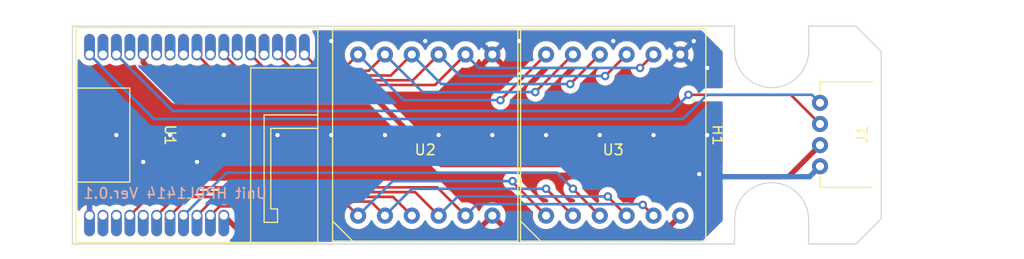
<source format=kicad_pcb>
(kicad_pcb (version 20240108) (generator "pcbnew") (generator_version "8.0")
  (layers (0 "F.Cu" signal) (31 "B.Cu" signal) (34 "B.Paste" user) (35 "F.Paste" user) (36 "B.SilkS" user "B.Silkscreen") (37 "F.SilkS" user "F.Silkscreen") (38 "B.Mask" user) (39 "F.Mask" user) (44 "Edge.Cuts" user))
  (net 0 "")
  (net 1 "+5V")
  (net 2 "Net-(J1-Pin_3)")
  (net 3 "GND")
  (net 4 "Net-(J1-Pin_4)")
  (net 7 "Net-(U1-G9)")
  (net 12 "Net-(U1-G41)")
  (net 14 "Net-(U1-G3)")
  (net 15 "Net-(U1-G1)")
  (net 16 "Net-(U1-G5)")
  (net 17 "Net-(U1-G46)")
  (net 18 "Net-(U1-G42)")
  (net 19 "Net-(U1-G43)")
  (net 22 "Net-(U1-G40)")
  (net 23 "Net-(U1-G44)")
  (net 26 "Net-(U1-G7)")
  (net 28 "+3.3V")
  (footprint "footprints:unit_mounting_hole" (layer "F.Cu") (at 135.636 96.4)
    (property "Reference" "H1" (at -5.08 -7.5 -90) (layer "F.SilkS"))
    (property "Value" "M5Unit_Screw_Hole")
    (pad "" np_thru_hole circle (at 0 -7.5) (size 5.5 5.5) (drill 5.5) (layers "F&B.Cu" "*.Mask"))
  )
  (footprint "footprints:HY2.0-4P" (layer "F.Cu") (at 145.208 88.852 90)
    (property "Reference" "J1" (at 0 -1 90) (layer "F.SilkS"))
    (property "Value" "Conn_01x04")
    (fp_line (start 5 -5) (end 4 -5) (stroke (width 0.12)) (layer "F.SilkS"))
    (fp_line (start 5 -5) (end 5 0) (stroke (width 0.12)) (layer "F.SilkS"))
    (fp_line (start 4 -5) (end 5 -5) (stroke (width 0.12)) (layer "F.SilkS"))
    (fp_line (start -4 -5) (end -5 -5) (stroke (width 0.12)) (layer "F.SilkS"))
    (fp_line (start -5 -5) (end -5 0) (stroke (width 0.12)) (layer "F.SilkS"))
    (pad "1" thru_hole circle (at -3 -5 90) (size 1.524 1.524) (drill 0.762) (layers "*.Cu" "*.Mask") (net 3 "GND"))
    (pad "2" thru_hole circle (at -1 -5 90) (size 1.524 1.524) (drill 0.762) (layers "*.Cu" "*.Mask") (net 1 "+5V"))
    (pad "3" thru_hole circle (at 1 -5 90) (size 1.524 1.524) (drill 0.762) (layers "*.Cu" "*.Mask") (net 2 "Net-(J1-Pin_3)"))
    (pad "4" thru_hole circle (at 3 -5 90) (size 1.524 1.524) (drill 0.762) (layers "*.Cu" "*.Mask") (net 4 "Net-(J1-Pin_4)"))
  )
  (footprint "footprints:HPDL-1414" (layer "F.Cu") (at 102.87 98.933)
    (property "Reference" "U2" (at 0 -8.636 0) (layer "F.SilkS"))
    (property "Value" "hpdl1414")
    (fp_line (start -8.763 -1.905) (end -6.858 0) (stroke (width 0.12)) (layer "F.SilkS"))
    (fp_rect (start -8.763 -20.066) (end 8.763 0) (stroke (width 0.12)) (fill none) (layer "F.SilkS"))
    (pad "1" thru_hole circle (at -6.35 -2.413) (size 1.524 1.524) (drill 0.762) (layers "*.Cu" "*.Mask") (net 17 "Net-(U1-G46)"))
    (pad "2" thru_hole circle (at -3.81 -2.413) (size 1.524 1.524) (drill 0.762) (layers "*.Cu" "*.Mask") (net 19 "Net-(U1-G43)"))
    (pad "3" thru_hole circle (at -1.27 -2.413) (size 1.524 1.524) (drill 0.762) (layers "*.Cu" "*.Mask") (net 23 "Net-(U1-G44)"))
    (pad "4" thru_hole circle (at 1.27 -2.413) (size 1.524 1.524) (drill 0.762) (layers "*.Cu" "*.Mask") (net 12 "Net-(U1-G41)"))
    (pad "5" thru_hole circle (at 3.81 -2.413) (size 1.524 1.524) (drill 0.762) (layers "*.Cu" "*.Mask") (net 22 "Net-(U1-G40)"))
    (pad "6" thru_hole circle (at 6.35 -2.413) (size 1.524 1.524) (drill 0.762) (layers "*.Cu" "*.Mask") (net 28 "+3.3V"))
    (pad "7" thru_hole circle (at 6.35 -17.653) (size 1.524 1.524) (drill 0.762) (layers "*.Cu" "*.Mask") (net 3 "GND"))
    (pad "8" thru_hole circle (at 3.81 -17.653) (size 1.524 1.524) (drill 0.762) (layers "*.Cu" "*.Mask") (net 7 "Net-(U1-G9)"))
    (pad "9" thru_hole circle (at 1.27 -17.653) (size 1.524 1.524) (drill 0.762) (layers "*.Cu" "*.Mask") (net 26 "Net-(U1-G7)"))
    (pad "10" thru_hole circle (at -1.27 -17.653) (size 1.524 1.524) (drill 0.762) (layers "*.Cu" "*.Mask") (net 16 "Net-(U1-G5)"))
    (pad "11" thru_hole circle (at -3.81 -17.653) (size 1.524 1.524) (drill 0.762) (layers "*.Cu" "*.Mask") (net 14 "Net-(U1-G3)"))
    (pad "12" thru_hole circle (at -6.35 -17.653) (size 1.524 1.524) (drill 0.762) (layers "*.Cu" "*.Mask") (net 15 "Net-(U1-G1)"))
  )
  (footprint "footprints:HPDL-1414" (layer "F.Cu") (at 120.65 98.933)
    (property "Reference" "U3" (at 0 -8.636 0) (layer "F.SilkS"))
    (property "Value" "hpdl1414")
    (fp_line (start -8.763 -1.905) (end -6.858 0) (stroke (width 0.12)) (layer "F.SilkS"))
    (fp_rect (start -8.763 -20.066) (end 8.763 0) (stroke (width 0.12)) (fill none) (layer "F.SilkS"))
    (pad "1" thru_hole circle (at -6.35 -2.413) (size 1.524 1.524) (drill 0.762) (layers "*.Cu" "*.Mask") (net 17 "Net-(U1-G46)"))
    (pad "2" thru_hole circle (at -3.81 -2.413) (size 1.524 1.524) (drill 0.762) (layers "*.Cu" "*.Mask") (net 19 "Net-(U1-G43)"))
    (pad "3" thru_hole circle (at -1.27 -2.413) (size 1.524 1.524) (drill 0.762) (layers "*.Cu" "*.Mask") (net 18 "Net-(U1-G42)"))
    (pad "4" thru_hole circle (at 1.27 -2.413) (size 1.524 1.524) (drill 0.762) (layers "*.Cu" "*.Mask") (net 12 "Net-(U1-G41)"))
    (pad "5" thru_hole circle (at 3.81 -2.413) (size 1.524 1.524) (drill 0.762) (layers "*.Cu" "*.Mask") (net 22 "Net-(U1-G40)"))
    (pad "6" thru_hole circle (at 6.35 -2.413) (size 1.524 1.524) (drill 0.762) (layers "*.Cu" "*.Mask") (net 28 "+3.3V"))
    (pad "7" thru_hole circle (at 6.35 -17.653) (size 1.524 1.524) (drill 0.762) (layers "*.Cu" "*.Mask") (net 3 "GND"))
    (pad "8" thru_hole circle (at 3.81 -17.653) (size 1.524 1.524) (drill 0.762) (layers "*.Cu" "*.Mask") (net 7 "Net-(U1-G9)"))
    (pad "9" thru_hole circle (at 1.27 -17.653) (size 1.524 1.524) (drill 0.762) (layers "*.Cu" "*.Mask") (net 26 "Net-(U1-G7)"))
    (pad "10" thru_hole circle (at -1.27 -17.653) (size 1.524 1.524) (drill 0.762) (layers "*.Cu" "*.Mask") (net 16 "Net-(U1-G5)"))
    (pad "11" thru_hole circle (at -3.81 -17.653) (size 1.524 1.524) (drill 0.762) (layers "*.Cu" "*.Mask") (net 14 "Net-(U1-G3)"))
    (pad "12" thru_hole circle (at -6.35 -17.653) (size 1.524 1.524) (drill 0.762) (layers "*.Cu" "*.Mask") (net 15 "Net-(U1-G1)"))
  )
  (footprint "footprints:M5StampS3" (layer "F.Cu") (at 68.58 88.9 -90)
    (property "Reference" "U1" (at 0 -10.16 -90) (layer "F.SilkS"))
    (property "Value" "M5StampS3")
    (fp_line (start -10.16 -1.27) (end -4.445 -1.27) (stroke (width 0.12)) (layer "F.SilkS"))
    (fp_line (start 4.445 -1.27) (end 10.16 -1.27) (stroke (width 0.12)) (layer "F.SilkS"))
    (fp_line (start 10.16 -1.27) (end 10.16 -24.13) (stroke (width 0.12)) (layer "F.SilkS"))
    (fp_line (start -6.35 -17.78) (end 10.16 -17.78) (stroke (width 0.12)) (layer "F.SilkS"))
    (fp_line (start -1.905 -19.05) (end 8.255 -19.05) (stroke (width 0.12)) (layer "F.SilkS"))
    (fp_line (start 8.255 -19.05) (end 8.255 -20.32) (stroke (width 0.12)) (layer "F.SilkS"))
    (fp_line (start -0.635 -19.685) (end -0.635 -24.13) (stroke (width 0.12)) (layer "F.SilkS"))
    (fp_line (start 6.985 -19.685) (end -0.635 -19.685) (stroke (width 0.12)) (layer "F.SilkS"))
    (fp_line (start 6.985 -20.32) (end 6.985 -19.685) (stroke (width 0.12)) (layer "F.SilkS"))
    (fp_line (start 8.255 -20.32) (end 6.985 -20.32) (stroke (width 0.12)) (layer "F.SilkS"))
    (fp_line (start -10.16 -24.13) (end -10.16 -1.27) (stroke (width 0.12)) (layer "F.SilkS"))
    (fp_line (start -6.35 -24.13) (end -6.35 -17.78) (stroke (width 0.12)) (layer "F.SilkS"))
    (fp_line (start -1.905 -24.13) (end -1.905 -19.05) (stroke (width 0.12)) (layer "F.SilkS"))
    (fp_line (start 10.16 -24.13) (end -10.16 -24.13) (stroke (width 0.12)) (layer "F.SilkS"))
    (fp_rect (start -4.445 -6.35) (end 4.445 -1.275) (stroke (width 0.12)) (fill none) (layer "F.SilkS"))
    (pad "1" thru_hole roundrect (at -7.62 -22.86 270) (size 2.5 1.016) (drill 0.762 (offset -0.7 0)) (layers "*.Cu" "*.Mask") (roundrect_rratio 0.4921259843) (net 15 "Net-(U1-G1)"))
    (pad "2" thru_hole roundrect (at -7.62 -21.59 270) (size 2.5 1.016) (drill 0.762 (offset -0.7 0)) (layers "*.Cu" "*.Mask") (roundrect_rratio 0.4921259843))
    (pad "3" thru_hole roundrect (at -7.62 -20.32 270) (size 2.5 1.016) (drill 0.762 (offset -0.7 0)) (layers "*.Cu" "*.Mask") (roundrect_rratio 0.4921259843) (net 14 "Net-(U1-G3)"))
    (pad "4" thru_hole roundrect (at -7.62 -19.05 270) (size 2.5 1.016) (drill 0.762 (offset -0.7 0)) (layers "*.Cu" "*.Mask") (roundrect_rratio 0.4921259843))
    (pad "5" thru_hole roundrect (at -7.62 -17.78 270) (size 2.5 1.016) (drill 0.762 (offset -0.7 0)) (layers "*.Cu" "*.Mask") (roundrect_rratio 0.4921259843) (net 16 "Net-(U1-G5)"))
    (pad "6" thru_hole roundrect (at -7.62 -16.51 270) (size 2.5 1.016) (drill 0.762 (offset -0.7 0)) (layers "*.Cu" "*.Mask") (roundrect_rratio 0.4921259843))
    (pad "7" thru_hole roundrect (at -7.62 -15.24 270) (size 2.5 1.016) (drill 0.762 (offset -0.7 0)) (layers "*.Cu" "*.Mask") (roundrect_rratio 0.4921259843) (net 26 "Net-(U1-G7)"))
    (pad "8" thru_hole roundrect (at -7.62 -13.97 270) (size 2.5 1.016) (drill 0.762 (offset -0.7 0)) (layers "*.Cu" "*.Mask") (roundrect_rratio 0.4921259843))
    (pad "9" thru_hole roundrect (at -7.62 -12.7 270) (size 2.5 1.016) (drill 0.762 (offset -0.7 0)) (layers "*.Cu" "*.Mask") (roundrect_rratio 0.4921259843) (net 7 "Net-(U1-G9)"))
    (pad "10" thru_hole roundrect (at -7.62 -11.43 270) (size 2.5 1.016) (drill 0.762 (offset -0.7 0)) (layers "*.Cu" "*.Mask") (roundrect_rratio 0.4921259843))
    (pad "11" thru_hole roundrect (at -7.62 -10.16 270) (size 2.5 1.016) (drill 0.762 (offset -0.7 0)) (layers "*.Cu" "*.Mask") (roundrect_rratio 0.4921259843))
    (pad "12" thru_hole roundrect (at -7.62 -8.89 270) (size 2.5 1.016) (drill 0.762 (offset -0.7 0)) (layers "*.Cu" "*.Mask") (roundrect_rratio 0.4921259843))
    (pad "13" thru_hole roundrect (at -7.62 -7.62 270) (size 2.5 1.016) (drill 0.762 (offset -0.7 0)) (layers "*.Cu" "*.Mask") (roundrect_rratio 0.4921259843) (net 1 "+5V"))
    (pad "14" thru_hole roundrect (at -7.62 -6.35 270) (size 2.5 1.016) (drill 0.762 (offset -0.7 0)) (layers "*.Cu" "*.Mask") (roundrect_rratio 0.4921259843))
    (pad "15" thru_hole roundrect (at -7.62 -5.08 270) (size 2.5 1.016) (drill 0.762 (offset -0.7 0)) (layers "*.Cu" "*.Mask") (roundrect_rratio 0.4921259843) (net 2 "Net-(J1-Pin_3)"))
    (pad "16" thru_hole roundrect (at -7.62 -3.81 270) (size 2.5 1.016) (drill 0.762 (offset -0.7 0)) (layers "*.Cu" "*.Mask") (roundrect_rratio 0.4921259843))
    (pad "17" thru_hole roundrect (at -7.62 -2.54 270) (size 2.5 1.016) (drill 0.762 (offset -0.7 0)) (layers "*.Cu" "*.Mask") (roundrect_rratio 0.4921259843) (net 4 "Net-(J1-Pin_4)"))
    (pad "18" thru_hole roundrect (at 7.62 -2.54 90) (size 2.5 1.016) (drill 0.762 (offset -0.7 0)) (layers "*.Cu" "*.Mask") (roundrect_rratio 0.4921259843) (net 3 "GND"))
    (pad "19" thru_hole roundrect (at 7.62 -3.81 90) (size 2.5 1.016) (drill 0.762 (offset -0.7 0)) (layers "*.Cu" "*.Mask") (roundrect_rratio 0.4921259843))
    (pad "20" thru_hole roundrect (at 7.62 -5.08 90) (size 2.5 1.016) (drill 0.762 (offset -0.7 0)) (layers "*.Cu" "*.Mask") (roundrect_rratio 0.4921259843))
    (pad "21" thru_hole roundrect (at 7.62 -6.35 90) (size 2.5 1.016) (drill 0.762 (offset -0.7 0)) (layers "*.Cu" "*.Mask") (roundrect_rratio 0.4921259843) (net 22 "Net-(U1-G40)"))
    (pad "22" thru_hole roundrect (at 7.62 -7.62 90) (size 2.5 1.016) (drill 0.762 (offset -0.7 0)) (layers "*.Cu" "*.Mask") (roundrect_rratio 0.4921259843))
    (pad "23" thru_hole roundrect (at 7.62 -8.89 90) (size 2.5 1.016) (drill 0.762 (offset -0.7 0)) (layers "*.Cu" "*.Mask") (roundrect_rratio 0.4921259843) (net 12 "Net-(U1-G41)"))
    (pad "24" thru_hole roundrect (at 7.62 -10.16 90) (size 2.5 1.016) (drill 0.762 (offset -0.7 0)) (layers "*.Cu" "*.Mask") (roundrect_rratio 0.4921259843) (net 23 "Net-(U1-G44)"))
    (pad "25" thru_hole roundrect (at 7.62 -11.43 90) (size 2.5 1.016) (drill 0.762 (offset -0.7 0)) (layers "*.Cu" "*.Mask") (roundrect_rratio 0.4921259843) (net 18 "Net-(U1-G42)"))
    (pad "26" thru_hole roundrect (at 7.62 -12.7 90) (size 2.5 1.016) (drill 0.762 (offset -0.7 0)) (layers "*.Cu" "*.Mask") (roundrect_rratio 0.4921259843) (net 19 "Net-(U1-G43)"))
    (pad "27" thru_hole roundrect (at 7.62 -13.97 90) (size 2.5 1.016) (drill 0.762 (offset -0.7 0)) (layers "*.Cu" "*.Mask") (roundrect_rratio 0.4921259843) (net 17 "Net-(U1-G46)"))
    (pad "28" thru_hole roundrect (at 7.62 -15.24 90) (size 2.5 1.016) (drill 0.762 (offset -0.7 0)) (layers "*.Cu" "*.Mask") (roundrect_rratio 0.4921259843) (net 28 "+3.3V"))
  )
  (gr_line (start 139.14 78.6) (end 143.6 78.6) (stroke (width 0.1)) (layer "Edge.Cuts"))
  (gr_arc (start 132.13 96.9) (mid 135.63 93.4) (end 139.13 96.9) (stroke (width 0.1)) (layer "Edge.Cuts"))
  (gr_line (start 132.12 78.6) (end 69.5 78.6) (stroke (width 0.1)) (layer "Edge.Cuts"))
  (gr_line (start 69.5 78.6) (end 69.5 99.2) (stroke (width 0.1)) (layer "Edge.Cuts"))
  (gr_line (start 132.13 99.2) (end 69.5 99.2) (stroke (width 0.1)) (layer "Edge.Cuts"))
  (gr_line (start 143.6 99.2) (end 146 96.8) (stroke (width 0.1)) (layer "Edge.Cuts"))
  (gr_line (start 139.14 80.9) (end 139.14 78.6) (stroke (width 0.1)) (layer "Edge.Cuts"))
  (gr_line (start 139.13 99.2) (end 143.6 99.2) (stroke (width 0.1)) (layer "Edge.Cuts"))
  (gr_line (start 132.13 96.9) (end 132.13 99.2) (stroke (width 0.1)) (layer "Edge.Cuts"))
  (gr_line (start 146 81) (end 146 96.8) (stroke (width 0.1)) (layer "Edge.Cuts"))
  (gr_line (start 143.6 78.6) (end 146 81) (stroke (width 0.1)) (layer "Edge.Cuts"))
  (gr_arc (start 139.14 80.9) (mid 135.63 84.41) (end 132.12 80.9) (stroke (width 0.1)) (layer "Edge.Cuts"))
  (gr_line (start 139.13 96.9) (end 139.13 99.2) (stroke (width 0.1)) (layer "Edge.Cuts"))
  (gr_line (start 132.12 80.9) (end 132.12 78.6) (stroke (width 0.1)) (layer "Edge.Cuts"))
  (gr_text "Unit HPDL1414 Ver.0.1" (at 88.011 94.996 0) (layer "B.SilkS") (effects (font (size 1 1)) (justify left bottom mirror)))
  (segment (start 76.2 82.042) (end 79.375 85.217) (width 0.5) (layer "F.Cu") (net 1))
  (segment (start 104.394 91.694) (end 97.917 85.217) (width 0.5) (layer "F.Cu") (net 1))
  (segment (start 80.137 85.217) (end 97.917 85.217) (width 0.55) (layer "F.Cu") (net 1))
  (segment (start 79.375 85.217) (end 80.137 85.217) (width 0.5) (layer "F.Cu") (net 1))
  (segment (start 76.2 79.827) (end 76.2 81.28) (width 0.25) (layer "F.Cu") (net 1))
  (segment (start 140.208 89.852) (end 137.223 92.837) (width 0.5) (layer "F.Cu") (net 1))
  (segment (start 76.2 81.28) (end 76.2 82.042) (width 0.5) (layer "F.Cu") (net 1))
  (segment (start 129.794 91.694) (end 104.394 91.694) (width 0.5) (layer "F.Cu") (net 1))
  (segment (start 137.223 92.837) (end 130.937 92.837) (width 0.5) (layer "F.Cu") (net 1))
  (segment (start 130.937 92.837) (end 129.794 91.694) (width 0.5) (layer "F.Cu") (net 1))
  (segment (start 127.762 85.09) (end 137.446 85.09) (width 0.25) (layer "F.Cu") (net 2))
  (segment (start 137.446 85.09) (end 140.208 87.852) (width 0.25) (layer "F.Cu") (net 2))
  (via (at 127.762 85.09) (size 0.8) (drill 0.4) (layers "F.Cu" "B.Cu") (net 2))
  (segment (start 78.994 86.614) (end 73.66 81.28) (width 0.25) (layer "B.Cu") (net 2))
  (segment (start 126.238 86.614) (end 78.994 86.614) (width 0.25) (layer "B.Cu") (net 2))
  (segment (start 127.762 85.09) (end 126.238 86.614) (width 0.25) (layer "B.Cu") (net 2))
  (via (at 83.82 88.9) (size 0.8) (drill 0.4) (layers "F.Cu" "B.Cu") (net 3))
  (via (at 88.9 88.9) (size 0.8) (drill 0.4) (layers "F.Cu" "B.Cu") (net 3))
  (via (at 78.74 88.9) (size 0.8) (drill 0.4) (layers "F.Cu" "B.Cu") (net 3))
  (via (at 93.98 80.01) (size 0.8) (drill 0.4) (layers "F.Cu" "B.Cu") (net 3))
  (via (at 99.06 88.9) (size 0.8) (drill 0.4) (layers "F.Cu" "B.Cu") (net 3))
  (via (at 129.54 88.9) (size 0.8) (drill 0.4) (layers "F.Cu" "B.Cu") (net 3))
  (via (at 114.3 88.9) (size 0.8) (drill 0.4) (layers "F.Cu" "B.Cu") (net 3))
  (via (at 73.66 88.9) (size 0.8) (drill 0.4) (layers "F.Cu" "B.Cu") (net 3))
  (via (at 109.22 88.9) (size 0.8) (drill 0.4) (layers "F.Cu" "B.Cu") (net 3))
  (via (at 129.54 82.55) (size 0.8) (drill 0.4) (layers "F.Cu" "B.Cu") (net 3))
  (via (at 76.2 91.44) (size 0.8) (drill 0.4) (layers "F.Cu" "B.Cu") (net 3))
  (via (at 102.87 80.01) (size 0.8) (drill 0.4) (layers "F.Cu" "B.Cu") (net 3))
  (via (at 93.98 88.9) (size 0.8) (drill 0.4) (layers "F.Cu" "B.Cu") (net 3))
  (via (at 124.46 88.9) (size 0.8) (drill 0.4) (layers "F.Cu" "B.Cu") (net 3))
  (via (at 111.76 80.01) (size 0.8) (drill 0.4) (layers "F.Cu" "B.Cu") (net 3))
  (via (at 128.787797 92.592797) (size 0.8) (drill 0.4) (layers "F.Cu" "B.Cu") (net 3))
  (via (at 119.38 88.9) (size 0.8) (drill 0.4) (layers "F.Cu" "B.Cu") (net 3))
  (via (at 81.28 91.44) (size 0.8) (drill 0.4) (layers "F.Cu" "B.Cu") (net 3))
  (via (at 128.27 80.01) (size 0.8) (drill 0.4) (layers "F.Cu" "B.Cu") (net 3))
  (via (at 104.14 88.9) (size 0.8) (drill 0.4) (layers "F.Cu" "B.Cu") (net 3))
  (via (at 120.65 80.01) (size 0.8) (drill 0.4) (layers "F.Cu" "B.Cu") (net 3))
  (segment (start 129.032 92.837) (end 128.787797 92.592797) (width 0.5) (layer "B.Cu") (net 3))
  (segment (start 139.223 92.837) (end 129.032 92.837) (width 0.5) (layer "B.Cu") (net 3))
  (segment (start 140.208 91.852) (end 139.223 92.837) (width 0.5) (layer "B.Cu") (net 3))
  (segment (start 128.787797 92.592797) (end 128.778 92.583) (width 0.25) (layer "B.Cu") (net 3))
  (segment (start 140.208 85.852) (end 139.446 85.09) (width 0.25) (layer "B.Cu") (net 4))
  (segment (start 127.254 87.376) (end 77.216 87.376) (width 0.25) (layer "B.Cu") (net 4))
  (segment (start 77.216 87.376) (end 71.12 81.28) (width 0.25) (layer "B.Cu") (net 4))
  (segment (start 139.446 85.09) (end 129.54 85.09) (width 0.25) (layer "B.Cu") (net 4))
  (segment (start 129.54 85.09) (end 127.254 87.376) (width 0.25) (layer "B.Cu") (net 4))
  (segment (start 103.793 84.167) (end 84.167 84.167) (width 0.25) (layer "F.Cu") (net 7))
  (segment (start 106.68 81.28) (end 103.793 84.167) (width 0.25) (layer "F.Cu") (net 7))
  (segment (start 84.167 84.167) (end 81.28 81.28) (width 0.25) (layer "F.Cu") (net 7))
  (segment (start 124.46 81.28) (end 123.19 82.55) (width 0.25) (layer "F.Cu") (net 7))
  (via (at 123.19 82.55) (size 0.8) (drill 0.4) (layers "F.Cu" "B.Cu") (net 7))
  (segment (start 106.68 81.28) (end 107.95 82.55) (width 0.25) (layer "B.Cu") (net 7))
  (segment (start 123.19 82.55) (end 108.204 82.55) (width 0.25) (layer "B.Cu") (net 7))
  (segment (start 107.95 82.55) (end 108.204 82.55) (width 0.25) (layer "B.Cu") (net 7))
  (segment (start 120.142 94.708) (end 120.142 94.742) (width 0.25) (layer "F.Cu") (net 12))
  (segment (start 121.92 96.52) (end 120.142 94.742) (width 0.25) (layer "F.Cu") (net 12))
  (segment (start 79.695 94.295) (end 77.47 96.52) (width 0.25) (layer "F.Cu") (net 12))
  (segment (start 101.915 94.295) (end 79.695 94.295) (width 0.25) (layer "F.Cu") (net 12))
  (segment (start 104.14 96.52) (end 101.915 94.295) (width 0.25) (layer "F.Cu") (net 12))
  (via (at 120.142 94.708) (size 0.8) (drill 0.4) (layers "F.Cu" "B.Cu") (net 12))
  (segment (start 105.952 94.708) (end 104.14 96.52) (width 0.25) (layer "B.Cu") (net 12))
  (segment (start 120.142 94.708) (end 105.952 94.708) (width 0.25) (layer "B.Cu") (net 12))
  (segment (start 99.06 81.28) (end 97.523 82.817) (width 0.25) (layer "F.Cu") (net 14))
  (segment (start 97.523 82.817) (end 90.437 82.817) (width 0.25) (layer "F.Cu") (net 14))
  (segment (start 90.437 82.817) (end 88.9 81.28) (width 0.25) (layer "F.Cu") (net 14))
  (segment (start 116.84 81.28) (end 113.284 84.836) (width 0.25) (layer "F.Cu") (net 14))
  (via (at 113.284 84.836) (size 0.8) (drill 0.4) (layers "F.Cu" "B.Cu") (net 14))
  (segment (start 102.616 84.836) (end 103.124 84.836) (width 0.25) (layer "B.Cu") (net 14))
  (segment (start 99.06 81.28) (end 102.616 84.836) (width 0.25) (layer "B.Cu") (net 14))
  (segment (start 113.284 84.836) (end 103.124 84.836) (width 0.25) (layer "B.Cu") (net 14))
  (segment (start 92.527 82.367) (end 91.44 81.28) (width 0.25) (layer "F.Cu") (net 15))
  (segment (start 96.52 81.28) (end 95.433 82.367) (width 0.25) (layer "F.Cu") (net 15))
  (segment (start 114.3 81.28) (end 109.982 85.598) (width 0.25) (layer "F.Cu") (net 15))
  (segment (start 95.433 82.367) (end 92.527 82.367) (width 0.25) (layer "F.Cu") (net 15))
  (via (at 109.982 85.598) (size 0.8) (drill 0.4) (layers "F.Cu" "B.Cu") (net 15))
  (segment (start 100.838 85.598) (end 101.346 85.598) (width 0.25) (layer "B.Cu") (net 15))
  (segment (start 109.982 85.598) (end 101.346 85.598) (width 0.25) (layer "B.Cu") (net 15))
  (segment (start 96.52 81.28) (end 100.838 85.598) (width 0.25) (layer "B.Cu") (net 15))
  (segment (start 119.38 81.28) (end 116.967 83.693) (width 0.25) (layer "F.Cu") (net 16))
  (segment (start 116.967 83.693) (end 116.586 84.074) (width 0.25) (layer "F.Cu") (net 16))
  (segment (start 101.6 81.28) (end 99.613 83.267) (width 0.25) (layer "F.Cu") (net 16))
  (segment (start 99.613 83.267) (end 88.347 83.267) (width 0.25) (layer "F.Cu") (net 16))
  (segment (start 88.347 83.267) (end 86.36 81.28) (width 0.25) (layer "F.Cu") (net 16))
  (via (at 116.586 84.074) (size 0.8) (drill 0.4) (layers "F.Cu" "B.Cu") (net 16))
  (segment (start 116.586 84.074) (end 104.648 84.074) (width 0.25) (layer "B.Cu") (net 16))
  (segment (start 104.394 84.074) (end 104.648 84.074) (width 0.25) (layer "B.Cu") (net 16))
  (segment (start 101.6 81.28) (end 104.394 84.074) (width 0.25) (layer "B.Cu") (net 16))
  (segment (start 111.125 93.345) (end 111.125 93.255) (width 0.25) (layer "F.Cu") (net 17))
  (segment (start 95.645 95.645) (end 83.425 95.645) (width 0.25) (layer "F.Cu") (net 17))
  (segment (start 114.3 96.52) (end 111.125 93.345) (width 0.25) (layer "F.Cu") (net 17))
  (segment (start 83.425 95.645) (end 82.55 96.52) (width 0.25) (layer "F.Cu") (net 17))
  (segment (start 96.52 96.52) (end 95.645 95.645) (width 0.25) (layer "F.Cu") (net 17))
  (via (at 111.125 93.255) (size 0.8) (drill 0.4) (layers "F.Cu" "B.Cu") (net 17))
  (segment (start 99.785 93.255) (end 96.52 96.52) (width 0.25) (layer "B.Cu") (net 17))
  (segment (start 111.125 93.255) (end 99.785 93.255) (width 0.25) (layer "B.Cu") (net 17))
  (segment (start 80.01 96.52) (end 80.01 97.881998) (width 0.25) (layer "F.Cu") (net 18))
  (segment (start 119.38 96.52) (end 116.84 93.98) (width 0.25) (layer "F.Cu") (net 18))
  (via (at 116.84 93.98) (size 0.8) (drill 0.4) (layers "F.Cu" "B.Cu") (net 18))
  (segment (start 116.84 93.98) (end 115.316 92.456) (width 0.25) (layer "B.Cu") (net 18))
  (segment (start 84.074 92.456) (end 80.01 96.52) (width 0.25) (layer "B.Cu") (net 18))
  (segment (start 115.316 92.456) (end 84.074 92.456) (width 0.25) (layer "B.Cu") (net 18))
  (segment (start 116.84 96.52) (end 114.3 93.98) (width 0.25) (layer "F.Cu") (net 19))
  (segment (start 97.735 95.195) (end 82.605 95.195) (width 0.25) (layer "F.Cu") (net 19))
  (segment (start 82.605 95.195) (end 81.28 96.52) (width 0.25) (layer "F.Cu") (net 19))
  (segment (start 99.06 96.52) (end 97.735 95.195) (width 0.25) (layer "F.Cu") (net 19))
  (via (at 114.3 93.98) (size 0.8) (drill 0.4) (layers "F.Cu" "B.Cu") (net 19))
  (segment (start 101.6 93.98) (end 99.06 96.52) (width 0.25) (layer "B.Cu") (net 19))
  (segment (start 114.3 93.98) (end 101.6 93.98) (width 0.25) (layer "B.Cu") (net 19))
  (segment (start 104.005 93.845) (end 77.605 93.845) (width 0.25) (layer "F.Cu") (net 22))
  (segment (start 124.46 96.52) (end 123.444 95.504) (width 0.25) (layer "F.Cu") (net 22))
  (segment (start 106.68 96.52) (end 104.005 93.845) (width 0.25) (layer "F.Cu") (net 22))
  (segment (start 77.605 93.845) (end 74.93 96.52) (width 0.25) (layer "F.Cu") (net 22))
  (via (at 123.444 95.504) (size 0.8) (drill 0.4) (layers "F.Cu" "B.Cu") (net 22))
  (segment (start 123.444 95.504) (end 123.373 95.433) (width 0.25) (layer "B.Cu") (net 22))
  (segment (start 107.767 95.433) (end 106.68 96.52) (width 0.25) (layer "B.Cu") (net 22))
  (segment (start 123.373 95.433) (end 107.767 95.433) (width 0.25) (layer "B.Cu") (net 22))
  (segment (start 101.6 96.52) (end 99.825 94.745) (width 0.25) (layer "F.Cu") (net 23))
  (segment (start 80.515 94.745) (end 78.74 96.52) (width 0.25) (layer "F.Cu") (net 23))
  (segment (start 99.825 94.745) (end 80.515 94.745) (width 0.25) (layer "F.Cu") (net 23))
  (segment (start 101.703 83.717) (end 86.257 83.717) (width 0.25) (layer "F.Cu") (net 26))
  (segment (start 104.14 81.28) (end 101.703 83.717) (width 0.25) (layer "F.Cu") (net 26))
  (segment (start 121.92 81.28) (end 119.888 83.312) (width 0.25) (layer "F.Cu") (net 26))
  (segment (start 86.257 83.717) (end 83.82 81.28) (width 0.25) (layer "F.Cu") (net 26))
  (via (at 119.888 83.312) (size 0.8) (drill 0.4) (layers "F.Cu" "B.Cu") (net 26))
  (segment (start 104.14 81.28) (end 106.172 83.312) (width 0.25) (layer "B.Cu") (net 26))
  (segment (start 119.888 83.312) (end 106.172 83.312) (width 0.25) (layer "B.Cu") (net 26))
  (segment (start 85.344 98.044) (end 107.696 98.044) (width 0.5) (layer "F.Cu") (net 28))
  (segment (start 109.22 96.52) (end 110.744 98.044) (width 0.5) (layer "F.Cu") (net 28))
  (segment (start 110.744 98.044) (end 125.476 98.044) (width 0.5) (layer "F.Cu") (net 28))
  (segment (start 125.476 98.044) (end 127 96.52) (width 0.5) (layer "F.Cu") (net 28))
  (segment (start 107.696 98.044) (end 109.22 96.52) (width 0.5) (layer "F.Cu") (net 28))
  (segment (start 83.82 96.52) (end 85.344 98.044) (width 0.5) (layer "F.Cu") (net 28))
  (zone (net 3) (net_name "GND") (layers "F&B.Cu") (connect_pads (clearance 0.5)) (min_thickness 0.25) (fill yes (thermal_gap 0.5) (thermal_bridge_width 0.5))
    (polygon (pts (xy 71 79) (xy 70 80) (xy 70 98) (xy 71 99) (xy 129 99) (xy 131 97) (xy 131 81) (xy 129 79)))
  )
)
</source>
